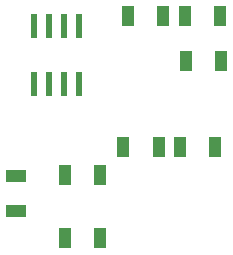
<source format=gtp>
G04*
G04 #@! TF.GenerationSoftware,Altium Limited,Altium Designer,23.6.0 (18)*
G04*
G04 Layer_Color=8421504*
%FSLAX44Y44*%
%MOMM*%
G71*
G04*
G04 #@! TF.SameCoordinates,07302BCA-5FAF-470A-8E07-FBA56CC999C1*
G04*
G04*
G04 #@! TF.FilePolarity,Positive*
G04*
G01*
G75*
%ADD16R,1.1176X1.8034*%
%ADD17R,1.8034X1.1176*%
G04:AMPARAMS|DCode=18|XSize=1.97mm|YSize=0.59mm|CornerRadius=0.0738mm|HoleSize=0mm|Usage=FLASHONLY|Rotation=270.000|XOffset=0mm|YOffset=0mm|HoleType=Round|Shape=RoundedRectangle|*
%AMROUNDEDRECTD18*
21,1,1.9700,0.4425,0,0,270.0*
21,1,1.8225,0.5900,0,0,270.0*
1,1,0.1475,-0.2213,-0.9113*
1,1,0.1475,-0.2213,0.9113*
1,1,0.1475,0.2213,0.9113*
1,1,0.1475,0.2213,-0.9113*
%
%ADD18ROUNDEDRECTD18*%
D16*
X162814Y223520D02*
D03*
X192786D02*
D03*
X161544Y261620D02*
D03*
X191516D02*
D03*
X187706Y151130D02*
D03*
X157734D02*
D03*
X139526D02*
D03*
X109554D02*
D03*
X89916Y127000D02*
D03*
X59944D02*
D03*
X143336Y261620D02*
D03*
X113364D02*
D03*
X89916Y73660D02*
D03*
X59944D02*
D03*
D17*
X19050Y126746D02*
D03*
Y96774D02*
D03*
D18*
X72390Y253350D02*
D03*
X59690D02*
D03*
X46990D02*
D03*
X34290D02*
D03*
Y203850D02*
D03*
X46990D02*
D03*
X59690D02*
D03*
X72390D02*
D03*
M02*

</source>
